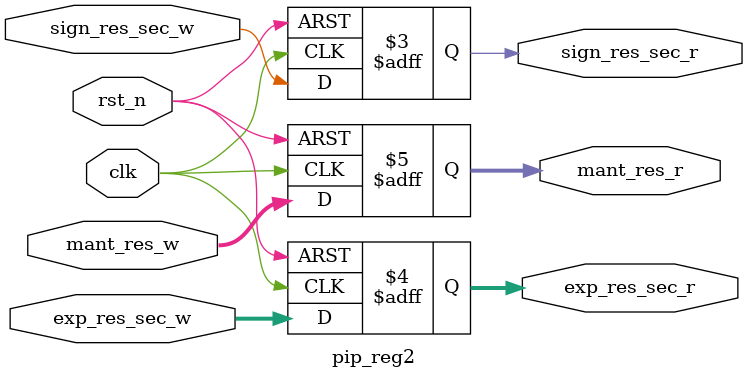
<source format=sv>
module pip_reg2(
    // Input Signal
    clk,
    rst_n,
    sign_res_sec_w,
    exp_res_sec_w,
    mant_res_w,
    // Output Signal
    sign_res_sec_r,
    exp_res_sec_r,
    mant_res_r
);

//---------------------------------------------------------------------
//   PARAMETER DEFINITION
//---------------------------------------------------------------------
parameter FLOAT_LEN = 16;
parameter EXP_LEN = 5;
parameter MANT_LEN = 10;

//---------------------------------------------------------------------
//   INPUT AND OUTPUT DECLARATION
//---------------------------------------------------------------------
input clk, rst_n;
input sign_res_sec_w;
input [EXP_LEN-1:0] exp_res_sec_w;
input [(MANT_LEN+7)-1:0] mant_res_w;
output logic sign_res_sec_r;
output logic [EXP_LEN-1:0] exp_res_sec_r;
output logic [(MANT_LEN+7)-1:0] mant_res_r;

//---------------------------------------------------------------------
//   LOGIC DECLARATION
//---------------------------------------------------------------------

//---------------------------------------------------------------------
//   DESIGN PART
//---------------------------------------------------------------------

always_ff @ (posedge clk or negedge rst_n) begin
    if(!rst_n) begin
        sign_res_sec_r  <= 1'b0;
        exp_res_sec_r   <= 5'b0;
        mant_res_r      <= 10'b0;
    end else begin
        sign_res_sec_r  <= sign_res_sec_w;
        exp_res_sec_r   <= exp_res_sec_w;
        mant_res_r      <= mant_res_w;
    end
end

endmodule
</source>
